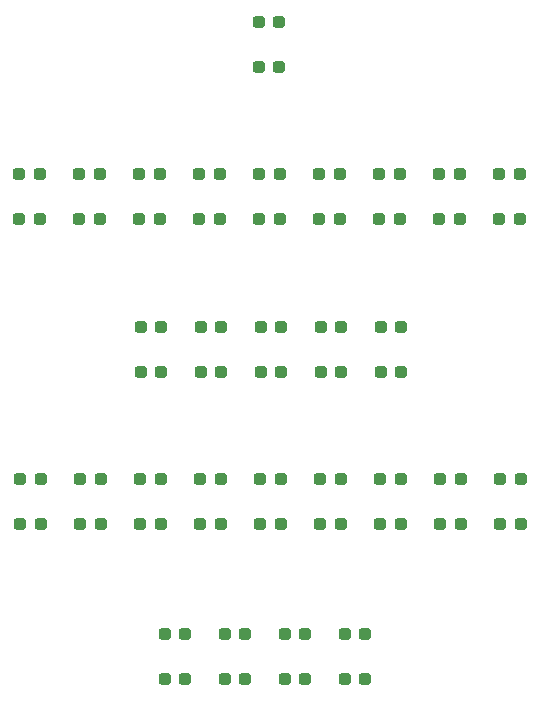
<source format=gbr>
%TF.GenerationSoftware,KiCad,Pcbnew,(6.0.2)*%
%TF.CreationDate,2022-03-28T13:54:43-07:00*%
%TF.ProjectId,i-fucking-love-fucking-you,692d6675-636b-4696-9e67-2d6c6f76652d,rev?*%
%TF.SameCoordinates,Original*%
%TF.FileFunction,Paste,Top*%
%TF.FilePolarity,Positive*%
%FSLAX46Y46*%
G04 Gerber Fmt 4.6, Leading zero omitted, Abs format (unit mm)*
G04 Created by KiCad (PCBNEW (6.0.2)) date 2022-03-28 13:54:43*
%MOMM*%
%LPD*%
G01*
G04 APERTURE LIST*
G04 Aperture macros list*
%AMRoundRect*
0 Rectangle with rounded corners*
0 $1 Rounding radius*
0 $2 $3 $4 $5 $6 $7 $8 $9 X,Y pos of 4 corners*
0 Add a 4 corners polygon primitive as box body*
4,1,4,$2,$3,$4,$5,$6,$7,$8,$9,$2,$3,0*
0 Add four circle primitives for the rounded corners*
1,1,$1+$1,$2,$3*
1,1,$1+$1,$4,$5*
1,1,$1+$1,$6,$7*
1,1,$1+$1,$8,$9*
0 Add four rect primitives between the rounded corners*
20,1,$1+$1,$2,$3,$4,$5,0*
20,1,$1+$1,$4,$5,$6,$7,0*
20,1,$1+$1,$6,$7,$8,$9,0*
20,1,$1+$1,$8,$9,$2,$3,0*%
G04 Aperture macros list end*
%ADD10RoundRect,0.237500X-0.287500X-0.237500X0.287500X-0.237500X0.287500X0.237500X-0.287500X0.237500X0*%
G04 APERTURE END LIST*
D10*
%TO.C,D54*%
X179805000Y-193544717D03*
X181555000Y-193544717D03*
%TD*%
%TO.C,D34*%
X169545000Y-167734717D03*
X171295000Y-167734717D03*
%TD*%
%TO.C,D20*%
X176785000Y-206644717D03*
X178535000Y-206644717D03*
%TD*%
%TO.C,D44*%
X174725000Y-189734717D03*
X176475000Y-189734717D03*
%TD*%
%TO.C,D49*%
X154405000Y-193544717D03*
X156155000Y-193544717D03*
%TD*%
%TO.C,D10*%
X169685000Y-180644717D03*
X171435000Y-180644717D03*
%TD*%
%TO.C,D28*%
X184785000Y-163924717D03*
X186535000Y-163924717D03*
%TD*%
%TO.C,D25*%
X169545000Y-163924717D03*
X171295000Y-163924717D03*
%TD*%
%TO.C,D43*%
X169645000Y-189734717D03*
X171395000Y-189734717D03*
%TD*%
%TO.C,D31*%
X154305000Y-167734717D03*
X156055000Y-167734717D03*
%TD*%
%TO.C,D6*%
X174765000Y-176834717D03*
X176515000Y-176834717D03*
%TD*%
%TO.C,D29*%
X189865000Y-163924717D03*
X191615000Y-163924717D03*
%TD*%
%TO.C,D1*%
X169525000Y-151034717D03*
X171275000Y-151034717D03*
%TD*%
%TO.C,D3*%
X159525000Y-176834717D03*
X161275000Y-176834717D03*
%TD*%
%TO.C,D33*%
X164465000Y-167734717D03*
X166215000Y-167734717D03*
%TD*%
%TO.C,D52*%
X169645000Y-193544717D03*
X171395000Y-193544717D03*
%TD*%
%TO.C,D21*%
X149225000Y-163924717D03*
X150975000Y-163924717D03*
%TD*%
%TO.C,D12*%
X179845000Y-180644717D03*
X181595000Y-180644717D03*
%TD*%
%TO.C,D45*%
X179805000Y-189734717D03*
X181555000Y-189734717D03*
%TD*%
%TO.C,D55*%
X184885000Y-193544717D03*
X186635000Y-193544717D03*
%TD*%
%TO.C,D40*%
X154405000Y-189734717D03*
X156155000Y-189734717D03*
%TD*%
%TO.C,D39*%
X149325000Y-189734717D03*
X151075000Y-189734717D03*
%TD*%
%TO.C,D14*%
X166625000Y-202834717D03*
X168375000Y-202834717D03*
%TD*%
%TO.C,D18*%
X166625000Y-206644717D03*
X168375000Y-206644717D03*
%TD*%
%TO.C,D32*%
X159385000Y-167734717D03*
X161135000Y-167734717D03*
%TD*%
%TO.C,D11*%
X174765000Y-180644717D03*
X176515000Y-180644717D03*
%TD*%
%TO.C,D26*%
X174625000Y-163924717D03*
X176375000Y-163924717D03*
%TD*%
%TO.C,D47*%
X189965000Y-189734717D03*
X191715000Y-189734717D03*
%TD*%
%TO.C,D37*%
X184785000Y-167734717D03*
X186535000Y-167734717D03*
%TD*%
%TO.C,D46*%
X184885000Y-189734717D03*
X186635000Y-189734717D03*
%TD*%
%TO.C,D30*%
X149225000Y-167734717D03*
X150975000Y-167734717D03*
%TD*%
%TO.C,D38*%
X189865000Y-167734717D03*
X191615000Y-167734717D03*
%TD*%
%TO.C,D5*%
X169685000Y-176834717D03*
X171435000Y-176834717D03*
%TD*%
%TO.C,D23*%
X159385000Y-163924717D03*
X161135000Y-163924717D03*
%TD*%
%TO.C,D56*%
X189965000Y-193544717D03*
X191715000Y-193544717D03*
%TD*%
%TO.C,D41*%
X159485000Y-189734717D03*
X161235000Y-189734717D03*
%TD*%
%TO.C,D22*%
X154305000Y-163924717D03*
X156055000Y-163924717D03*
%TD*%
%TO.C,D17*%
X161545000Y-206644717D03*
X163295000Y-206644717D03*
%TD*%
%TO.C,D53*%
X174725000Y-193544717D03*
X176475000Y-193544717D03*
%TD*%
%TO.C,D16*%
X176785000Y-202834717D03*
X178535000Y-202834717D03*
%TD*%
%TO.C,D51*%
X164565000Y-193544717D03*
X166315000Y-193544717D03*
%TD*%
%TO.C,D24*%
X164465000Y-163924717D03*
X166215000Y-163924717D03*
%TD*%
%TO.C,D48*%
X149325000Y-193544717D03*
X151075000Y-193544717D03*
%TD*%
%TO.C,D19*%
X171705000Y-206644717D03*
X173455000Y-206644717D03*
%TD*%
%TO.C,D50*%
X159485000Y-193544717D03*
X161235000Y-193544717D03*
%TD*%
%TO.C,D42*%
X164565000Y-189734717D03*
X166315000Y-189734717D03*
%TD*%
%TO.C,D8*%
X159525000Y-180644717D03*
X161275000Y-180644717D03*
%TD*%
%TO.C,D27*%
X179705000Y-163924717D03*
X181455000Y-163924717D03*
%TD*%
%TO.C,D2*%
X169525000Y-154844717D03*
X171275000Y-154844717D03*
%TD*%
%TO.C,D15*%
X171705000Y-202834717D03*
X173455000Y-202834717D03*
%TD*%
%TO.C,D4*%
X164605000Y-176834717D03*
X166355000Y-176834717D03*
%TD*%
%TO.C,D35*%
X174625000Y-167734717D03*
X176375000Y-167734717D03*
%TD*%
%TO.C,D9*%
X164605000Y-180644717D03*
X166355000Y-180644717D03*
%TD*%
%TO.C,D7*%
X179845000Y-176834717D03*
X181595000Y-176834717D03*
%TD*%
%TO.C,D36*%
X179705000Y-167734717D03*
X181455000Y-167734717D03*
%TD*%
%TO.C,D13*%
X161545000Y-202834717D03*
X163295000Y-202834717D03*
%TD*%
M02*

</source>
